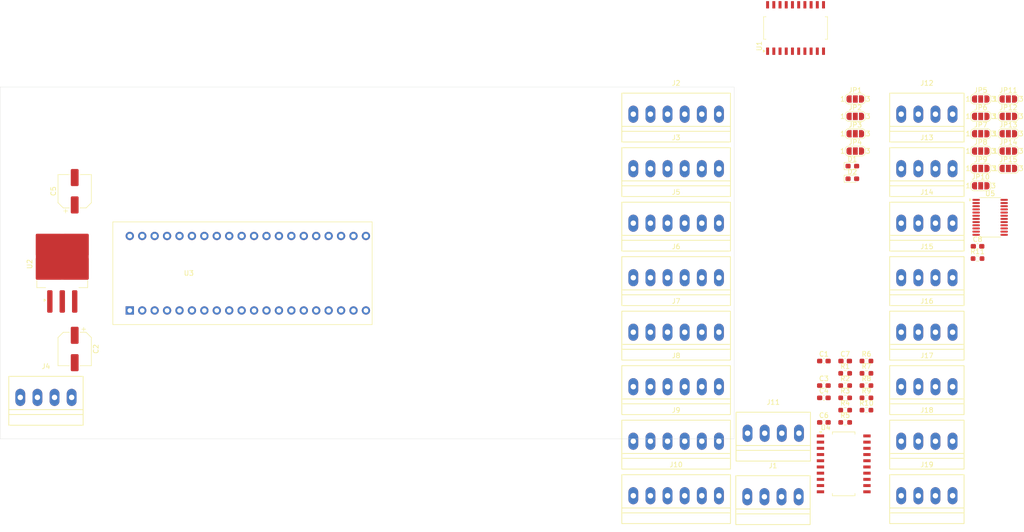
<source format=kicad_pcb>
(kicad_pcb
	(version 20240108)
	(generator "pcbnew")
	(generator_version "8.0")
	(general
		(thickness 1.6)
		(legacy_teardrops no)
	)
	(paper "A4")
	(layers
		(0 "F.Cu" signal)
		(31 "B.Cu" signal)
		(32 "B.Adhes" user "B.Adhesive")
		(33 "F.Adhes" user "F.Adhesive")
		(34 "B.Paste" user)
		(35 "F.Paste" user)
		(36 "B.SilkS" user "B.Silkscreen")
		(37 "F.SilkS" user "F.Silkscreen")
		(38 "B.Mask" user)
		(39 "F.Mask" user)
		(40 "Dwgs.User" user "User.Drawings")
		(41 "Cmts.User" user "User.Comments")
		(42 "Eco1.User" user "User.Eco1")
		(43 "Eco2.User" user "User.Eco2")
		(44 "Edge.Cuts" user)
		(45 "Margin" user)
		(46 "B.CrtYd" user "B.Courtyard")
		(47 "F.CrtYd" user "F.Courtyard")
		(48 "B.Fab" user)
		(49 "F.Fab" user)
		(50 "User.1" user)
		(51 "User.2" user)
		(52 "User.3" user)
		(53 "User.4" user)
		(54 "User.5" user)
		(55 "User.6" user)
		(56 "User.7" user)
		(57 "User.8" user)
		(58 "User.9" user)
	)
	(setup
		(pad_to_mask_clearance 0)
		(allow_soldermask_bridges_in_footprints no)
		(pcbplotparams
			(layerselection 0x00010fc_ffffffff)
			(plot_on_all_layers_selection 0x0000000_00000000)
			(disableapertmacros no)
			(usegerberextensions no)
			(usegerberattributes yes)
			(usegerberadvancedattributes yes)
			(creategerberjobfile yes)
			(dashed_line_dash_ratio 12.000000)
			(dashed_line_gap_ratio 3.000000)
			(svgprecision 4)
			(plotframeref no)
			(viasonmask no)
			(mode 1)
			(useauxorigin no)
			(hpglpennumber 1)
			(hpglpenspeed 20)
			(hpglpendiameter 15.000000)
			(pdf_front_fp_property_popups yes)
			(pdf_back_fp_property_popups yes)
			(dxfpolygonmode yes)
			(dxfimperialunits yes)
			(dxfusepcbnewfont yes)
			(psnegative no)
			(psa4output no)
			(plotreference yes)
			(plotvalue yes)
			(plotfptext yes)
			(plotinvisibletext no)
			(sketchpadsonfab no)
			(subtractmaskfromsilk no)
			(outputformat 1)
			(mirror no)
			(drillshape 1)
			(scaleselection 1)
			(outputdirectory "")
		)
	)
	(net 0 "")
	(net 1 "GND")
	(net 2 "+5V")
	(net 3 "+3.3V")
	(net 4 "Net-(D1-A)")
	(net 5 "Net-(D2-A)")
	(net 6 "Net-(J2-Pin_2)")
	(net 7 "Net-(J2-Pin_4)")
	(net 8 "Net-(J2-Pin_6)")
	(net 9 "Net-(J3-Pin_2)")
	(net 10 "Net-(J3-Pin_4)")
	(net 11 "Net-(J3-Pin_6)")
	(net 12 "Net-(J4-Pin_4)")
	(net 13 "Net-(J4-Pin_2)")
	(net 14 "POCI")
	(net 15 "Net-(J5-Pin_1)")
	(net 16 "PICO")
	(net 17 "SCK")
	(net 18 "CS1")
	(net 19 "CS0")
	(net 20 "Net-(J6-Pin_1)")
	(net 21 "CS3")
	(net 22 "Net-(J7-Pin_1)")
	(net 23 "Net-(J8-Pin_1)")
	(net 24 "CS2")
	(net 25 "Net-(J9-Pin_3)")
	(net 26 "Net-(J9-Pin_1)")
	(net 27 "Net-(J9-Pin_5)")
	(net 28 "Net-(J10-Pin_3)")
	(net 29 "Net-(J10-Pin_5)")
	(net 30 "Net-(J10-Pin_1)")
	(net 31 "Net-(J11-Pin_3)")
	(net 32 "Net-(J11-Pin_1)")
	(net 33 "OUT-SD0")
	(net 34 "Net-(J12-Pin_1)")
	(net 35 "OUT-SC0")
	(net 36 "OUT-SC4")
	(net 37 "Net-(J13-Pin_1)")
	(net 38 "OUT-SD4")
	(net 39 "OUT-SC1")
	(net 40 "Net-(J14-Pin_1)")
	(net 41 "OUT-SD1")
	(net 42 "OUT-SC5")
	(net 43 "OUT-SD5")
	(net 44 "Net-(J15-Pin_1)")
	(net 45 "OUT-SC2")
	(net 46 "OUT-SD2")
	(net 47 "Net-(J16-Pin_1)")
	(net 48 "Net-(J17-Pin_1)")
	(net 49 "OUT-SC6")
	(net 50 "OUT-SD6")
	(net 51 "OUT-SC3")
	(net 52 "Net-(J18-Pin_1)")
	(net 53 "OUT-SD3")
	(net 54 "Net-(J19-Pin_1)")
	(net 55 "OUT-SC7")
	(net 56 "OUT-SD7")
	(net 57 "Net-(JP9-C)")
	(net 58 "Net-(JP10-C)")
	(net 59 "Net-(JP11-C)")
	(net 60 "Net-(U5-~{RESET})")
	(net 61 "AUX-IN3")
	(net 62 "AUX-IN1")
	(net 63 "AUX-IN6")
	(net 64 "AUX-IN2")
	(net 65 "AUX-IN4")
	(net 66 "SW1-AZ")
	(net 67 "SW2-AZ")
	(net 68 "AUX-IN5")
	(net 69 "unconnected-(U3-PB1-Pad15)")
	(net 70 "unconnected-(U3-3V3-Pad18)")
	(net 71 "EN-AZ")
	(net 72 "EN-EL")
	(net 73 "unconnected-(U3-PB2-Pad16)")
	(net 74 "unconnected-(U3-NRST-Pad5)")
	(net 75 "AUX-OUT1")
	(net 76 "DIR-AZ")
	(net 77 "SCL")
	(net 78 "unconnected-(U3-PB9-Pad37)")
	(net 79 "SDA")
	(net 80 "unconnected-(U3-PB0-Pad14)")
	(net 81 "unconnected-(U3-VBAT-Pad1)")
	(net 82 "unconnected-(U3-3V3-Pad40)")
	(net 83 "unconnected-(U3-PB8-Pad36)")
	(net 84 "unconnected-(U3-PB10-Pad17)")
	(net 85 "STEP-AZ")
	(net 86 "STEP-EL")
	(net 87 "unconnected-(U3-PB5-Pad33)")
	(net 88 "DIR-EL")
	(footprint "LED_SMD:LED_0603_1608Metric_Pad1.05x0.95mm_HandSolder" (layer "F.Cu") (at 224.965 82.275))
	(footprint "Jumper:SolderJumper-3_P1.3mm_Open_RoundedPad1.0x1.5mm_NumberLabels" (layer "F.Cu") (at 256.85 65.965))
	(footprint "spta:SPTA-1-6-3,5" (layer "F.Cu") (at 188.95 124.815))
	(footprint "spta:SPTA-1-6-3,5" (layer "F.Cu") (at 188.95 147.115))
	(footprint "spta:SPTA-1-6-3,5" (layer "F.Cu") (at 188.95 80.215))
	(footprint "Capacitor_SMD:C_0603_1608Metric_Pad1.08x0.95mm_HandSolder" (layer "F.Cu") (at 223.5 119.565))
	(footprint "Jumper:SolderJumper-3_P1.3mm_Open_RoundedPad1.0x1.5mm_NumberLabels" (layer "F.Cu") (at 251.2 73.065))
	(footprint "spta:SPTA-1-4-3,5" (layer "F.Cu") (at 60.17 127))
	(footprint "spta:SPTA-1-6-3,5" (layer "F.Cu") (at 188.95 69.065))
	(footprint "Jumper:SolderJumper-3_P1.3mm_Open_RoundedPad1.0x1.5mm_NumberLabels" (layer "F.Cu") (at 225.57 69.515))
	(footprint "Capacitor_SMD:C_0603_1608Metric_Pad1.08x0.95mm_HandSolder" (layer "F.Cu") (at 219.15 119.565))
	(footprint "spta:SPTA-1-4-3,5" (layer "F.Cu") (at 240.2 69.065))
	(footprint "Jumper:SolderJumper-3_P1.3mm_Open_RoundedPad1.0x1.5mm_NumberLabels" (layer "F.Cu") (at 251.2 65.965))
	(footprint "Jumper:SolderJumper-3_P1.3mm_Open_RoundedPad1.0x1.5mm_NumberLabels" (layer "F.Cu") (at 225.57 73.065))
	(footprint "Resistor_SMD:R_0603_1608Metric_Pad0.98x0.95mm_HandSolder" (layer "F.Cu") (at 250.55 98.605))
	(footprint "BlackPill_F4xx_v2:BlackPill_F4xx_v2" (layer "F.Cu") (at 77.3 109.22 -90))
	(footprint "spta:SPTA-1-6-3,5" (layer "F.Cu") (at 188.95 135.965))
	(footprint "Resistor_SMD:R_0603_1608Metric_Pad0.98x0.95mm_HandSolder" (layer "F.Cu") (at 227.85 129.605))
	(footprint "Resistor_SMD:R_0603_1608Metric_Pad0.98x0.95mm_HandSolder" (layer "F.Cu") (at 223.5 129.605))
	(footprint "Resistor_SMD:R_0603_1608Metric_Pad0.98x0.95mm_HandSolder" (layer "F.Cu") (at 227.85 122.075))
	(footprint "Jumper:SolderJumper-3_P1.3mm_Open_RoundedPad1.0x1.5mm_NumberLabels" (layer "F.Cu") (at 256.85 69.515))
	(footprint "Resistor_SMD:R_0603_1608Metric_Pad0.98x0.95mm_HandSolder" (layer "F.Cu") (at 223.5 124.585))
	(footprint "Capacitor_SMD:C_0603_1608Metric_Pad1.08x0.95mm_HandSolder" (layer "F.Cu") (at 250.55 96.095))
	(footprint "Package_SO:SO-20_12.8x7.5mm_P1.27mm" (layer "F.Cu") (at 213.36 51.435 90))
	(footprint "Resistor_SMD:R_0603_1608Metric_Pad0.98x0.95mm_HandSolder" (layer "F.Cu") (at 223.5 122.075))
	(footprint "spta:SPTA-1-4-3,5" (layer "F.Cu") (at 240.2 113.665))
	(footprint "Jumper:SolderJumper-3_P1.3mm_Open_RoundedPad1.0x1.5mm_NumberLabels" (layer "F.Cu") (at 256.85 76.615))
	(footprint "Jumper:SolderJumper-3_P1.3mm_Open_RoundedPad1.0x1.5mm_NumberLabels" (layer "F.Cu") (at 251.2 69.515))
	(footprint "spta:SPTA-1-6-3,5" (layer "F.Cu") (at 188.95 102.515))
	(footprint "spta:SPTA-1-4-3,5" (layer "F.Cu") (at 240.2 80.215))
	(footprint "Jumper:SolderJumper-3_P1.3mm_Open_RoundedPad1.0x1.5mm_NumberLabels" (layer "F.Cu") (at 256.85 80.165))
	(footprint "spta:SPTA-1-6-3,5" (layer "F.Cu") (at 188.95 91.365))
	(footprint "Resistor_SMD:R_0603_1608Metric_Pad0.98x0.95mm_HandSolder" (layer "F.Cu") (at 223.5 127.095))
	(footprint "Jumper:SolderJumper-3_P1.3mm_Open_RoundedPad1.0x1.5mm_NumberLabels" (layer "F.Cu") (at 251.2 83.715))
	(footprint "Jumper:SolderJumper-3_P1.3mm_Open_RoundedPad1.0x1.5mm_NumberLabels" (layer "F.Cu") (at 251.2 80.165))
	(footprint "spta:SPTA-1-4-3,5" (layer "F.Cu") (at 240.2 91.365))
	(footprint "spta:SPTA-1-4-3,5" (layer "F.Cu") (at 240.2 124.815))
	(footprint "Jumper:SolderJumper-3_P1.3mm_Open_RoundedPad1.0x1.5mm_NumberLabels" (layer "F.Cu") (at 225.57 65.965))
	(footprint "Capacitor_SMD:C_0603_1608Metric_Pad1.08x0.95mm_HandSolder" (layer "F.Cu") (at 219.15 132.115))
	(footprint "spta:SPTA-1-4-3,5" (layer "F.Cu") (at 240.2 135.965))
	(footprint "Package_TO_SOT_SMD:TO-263-3_TabPin2"
		(layer "F.Cu")
		(uuid "85e0d6a1-6622-4490-a439-6a930d366dcf")
		(at 63.5 99.725 90)
		(descr "TO-263/D2PAK/DDPAK SMD package, http://www.infineon.com/cms/en/product/packages/PG-TO263/PG-TO263-3-1/")
		(tags "D2PAK DDPAK TO-263 D2PAK-3 TO-263-3 SOT-404")
		(property "Reference" "U2"
			(at 0 -6.65 270)
			(layer "F.SilkS")
			(uuid "dca63dd1-d542-4304-ab83-786e5021e9bd")
			(effects
				(font
					(size 1 1)
					(thickness 0.15)
				)
			)
		)
		(property "Value" "LM1085-3.3"
			(at 0 6.65 270)
			(layer "F.Fab")
			(uuid "bdf50dd3-fb22-475b-b265-0252d7a5e40f")
			(effects
				(font
					(size 1 1)
					(thickness 0.15)
				)
			)
		)
		(property "Footprint" "Package_TO_SOT_SMD:TO-263-3_TabPin2"
			(at 0 0 90)
			(unlocked yes)
			(layer "F.Fab")
			(hide yes)
			(uuid "62e33af2-bb7f-4bc8-81f4-1e3675835737")
			(effects
				(font
					(size 1.27 1.27)
				)
			)
		)
		(property "Datasheet" "http://www.ti.com/lit/ds/symlink/lm1085.pdf"
			(at 0 0 90)
			(unlocked yes)
			(layer "F.Fab")
			(hide yes)
			(uuid "93139e5d-f725-47d0-af4c-070e13fea4c3")
			(effects
				(font
					(size 1.27 1.27)
				)
			)
		)
		(property "Description" "3A 27V Linear Regulator, Fixed Output 3.3V, TO-220/TO-263"
			(at 0 0 90)
			(unlocked yes)
			(layer "F.Fab")
			(hide yes)
			(uuid "7c4c13fc-1206-4fdd-84f6-66c26ee9615a")
			(effects
				(font
					(size 1.27 1.27)
				)
			)
		)
		(property ki_fp_filters "TO?220* TO?263*")
		(path "/10836264-c9ec-4369-9be2-33d5ae8d3cfc")
		(sheetname "Root")
		(sheetfile "radom-controller.kicad_sch")
		(attr smd)
		(fp_line
			(start -3.325 -5.2)
			(end -4.825 -5.2)
			(stroke
				(width 0.12)
				(type solid)
			)
			(layer "F.SilkS")
			(uuid "ffcefef7-681e-4781-89e6-b2d80e09a37a")
		)
		(fp_line
			(start -4.825 -5.2)
			(end -4.825 -3.39)
			(stroke
				(width 0.12)
				(type solid)
			)
			(layer "F.SilkS")
			(uuid "f8d84faa-dd50-48e2-8344-a7d43e7d3bfd")
		)
		(fp_line
			(start -3.325 5.2)
			(end -4.825 5.2)
			(stroke
				(width 0.12)
				(type solid)
			)
			(layer "F.SilkS")
			(uuid "839c66a3-e865-4451-b9ab-1e2cc4fcf76b")
		)
		(fp_line
			(start -4.825 5.2)
			(end -4.825 3.39)
			(stroke
				(width 0.12)
				(type solid)
			)
			(layer "F.SilkS")
			(uuid "721b2dd9-45a6-4b2d-9555-d82b4ef339de")
		)
		(fp_poly
			(pts
				(xy -7.3875 -3.39) (xy -7.6275 -3.72) (xy -7.1475 -3.72) (xy -7.3875 -3.39)
			)
			(stroke
				(width 0.12)
				(type solid)
			)
			(fill solid)
			(layer "F.SilkS")
			(uuid "ec0fb168-5fba-4d06-a33e-b1db562cb4b2")
		)
		(fp_line
			(start 6.45 -5.65)
			(end -10.2 -5.65)
			(stroke
				(width 0.05)
				(type solid)
			)
			(layer "F.CrtYd")
			(uuid "ff1e6a74-5eaa-4057-abe4-762be3fe5622")
		)
		(fp_line
			(start -10.2 -5.65)
			(end -10.2 5.65)
			(stroke
				(width 0.05)
				(type solid)
			)
			(layer "F.CrtYd")
			(uuid "0dbf66dc-f236-4869-8d99-02ca470ec9e4")
		)
		(fp_line
			(start 6.45 5.65)
			(end 6.45 -5.65)
			(stroke
				(width 0.05)
				(type solid)
			)
			(layer "F.CrtYd")
			(uuid "c2603025-a321-4eeb-964d-4c0a7ab1c48b")
		)
		(fp_line
			(start -10.2 5.65)
			(end 6.45 5.65)
			(stroke
				(width 0.05)
				(type solid)
			)
			(layer "F.CrtYd")
			(uuid "8b5c7110-19f0-4eb7-9a65-e4625143b171")
		)
		(fp_line
			(start 5.625 -5)
			(end 5.625 5)
			(stroke
				(width 0.1)
				(type solid)
			)
			(layer "F.Fab")
			(uuid "2d335605-c1b6-4bcf-8a36-bea90432f7b6")
		)
		(fp_line
			(start 4.625 -5)
			(end 5.625 -5)
			(stroke
				(width 0.1)
				(type solid)
			)
			(layer "F.Fab")
			(uuid "d6d15528-175c-4098-8dfe-c5e5b4117a56")
		)
		(fp_line
			(start 4.625 -5)
			(end 4.625 5)
			(stroke
				(width 0.1)
				(type solid)
			)
			(layer "F.Fab")
			(uuid "7f918253-0071-4082-b2de-cfa357084575")
		)
		(fp_line
			(start -3.625 -5)
			(end 4.625 -5)
			(stroke
				(width 0.1)
				(type solid)
			)
			(layer "F.Fab")
			(uuid "4a58f169-e464-4a96-a173-f62ab7dd2124")
		)
		(fp_line
			(start -4.625 -4)
			(end -3.625 -5)
			(stroke
				(width 0.1)
				(type solid)
			)
			(layer "F.Fab")
			(uuid "111a88a7-4d47-4c6a-89e7-286c701aebea")
		)
		(fp_line
			(start -4.625 -3.04)
			(end -9.325 -3.04)
			(stroke
				(width 0.1)
				(type solid)
			)
			(layer "F.Fab")
			(uuid "2d3f6859-fccb-4681-a082-89a8facab186")
		)
		(fp_line
			(start -9.325 -3.04)
			(end -9.325 -2.04)
			(stroke
				(width 0.1)
				(type solid)
			)
			(layer "F.Fab")
			(uuid "f09b3466-76fb-483c-b066-e7ddffe02a1c")
		)
		(fp_line
			(start -9.325 -2.04)
			(end -4.625 -2.04)
			(stroke
				(width 0.1)
				(type solid)
			)
			(layer "F.Fab")
			(uuid "bd2bf891-597b-456b-9bda-2cd1fe998a71")
		)
		(fp_line
			(start -4.625 -0.5)
			(end -9.325 -0.5)
			(stroke
				(width 0.1)
				(type solid)
			)
			(layer "F.Fab")
			(uuid "f3cc0d01-1fcd-4b58-b51e-aaa3427ef83b")
		)
		(fp_line
			(start -9.325 -0.5)
			(end -9.325 0.5)
			(stroke
				(width 0.1)
				(type solid)
			)
			(layer "F.Fab")
			(uuid "372c04eb-52ce-4fff-ab59-e33229127a49")
		)
		(fp_line
			(start -9.325 0.5)
			(end -4.625 0.5)
			(stroke
				(width 0.1)
				(type solid)
			)
			(layer "F.Fab")
			(uuid "e7635805-4d4f-48d4-a090-d1ad1b83cd46")
		)
		(fp_line
			(start -4.625 2.04)
			(end -9.325 2.04)
			(stroke
				(width 0.1)
				(type solid)
			)
			(layer "F.Fab")
			(uuid "2f6280f5-1152-47fb-8283-aef94f31257e")
		)
		(fp_line
			(start -9.325 2.04)
			(end -9.325 3.04)
			(stroke
				(width 0.1)
				(type solid)
			)
			(layer "F.Fab")
			(uuid "e20f3b25-0844-4fbf-8a07-ac43a55af40f")
		)
		(fp_line
			(start -9.325 3.04)
			(end -4.625 3.04)
			(stroke
				(width 0.1)
				(type solid)
			)
			(layer "F.Fab")
			(uuid "dab4bcee-2595-46ee-bbde-0a379a88ed4c")
		)
		(fp_line
			(start 5.625 5)
			(end 4.625 5)
			(stroke
				(width 0.1)
				(type solid)
			)
			(layer "F.Fab")
			(uuid "4f5fb3ab-304a-4594-9b33-7fdca09db7d1")
		)
		(fp_line
			(start 4.625 5)
			(end -4.625 5)
			(stroke
				(width 0.1)
				(type solid)
			)
			(layer "F.Fab")
			(uuid "829bba4a-0367-4544-996a-9388b250a651")
		)
		(fp_line
			(start -4.625 5)
			(end -4.625 -4)
			(stroke
				(width 0.1)
				(type solid)
			)
			(layer "F.Fab")
			(uuid "a04971ec-2a3b-4f4d-a4dc-88a0f9bf3207")
		)
		(fp_text user "${REFERENCE}"
			(at 0 0 270)
			(layer "F.Fab")
			(uuid "fe2c97a2-f42a-4d79-a86c-1ff1d3c7ab68")
			(effects
				(font
					(size 1 1)
					(thickness 0.15)
				)
			)
		)
		(pad "1" smd roundrect
			(at -7.65 -2.54 90)
			(size 4.6 1.1)
			(layers "F.Cu" "F.Paste" "F.Mask")
			(roundrect_rratio 0.227273)
			(net 1 "GND")
			(pinfunction "GND")
			(pintype "power_in")
			(uuid "98e10cac-f614-49dc-b4ce-d1e52960ded7")
		)
		(pad "2" smd roundrect
			(at -7.65 0 90)
			(size 4.6 1.1)
			(layers "F.Cu" "F.Paste" "F.Mask")
			(roundrect_rratio 0.227273)
			(net 3 "+3.3V")
			(pinfunction "VO")
			(pintype "power_out")
			(uuid "7766e4eb-b404-4d8d-91ef-3653c42dfb47")
		)
		(pad "2" smd roundrect
			(at -0.925 -2.775 90)
			(size 4.55 5.25)
			(layers "F.Cu" "F.Paste")
			(roundrect_rratio 0.054945)
			(net 3 "+3.3V")
			(pinfunction "VO")
			(pintype "power_out")
			(uuid "9a9decba-1971-4483-a9d2-0a492ffe5a9f")
		)
		(pad "2" smd roundrect
			(at -0.925 2.775 90)
			(size 4.55 5.25)
			(layers "F.Cu" "F.Paste")
			(roundrect_rratio 0.054945)
			(net 3 "+3.3V")
			(pinfunction "VO")
			(pintype "power_out")
			(uuid "497b04
... [101285 chars truncated]
</source>
